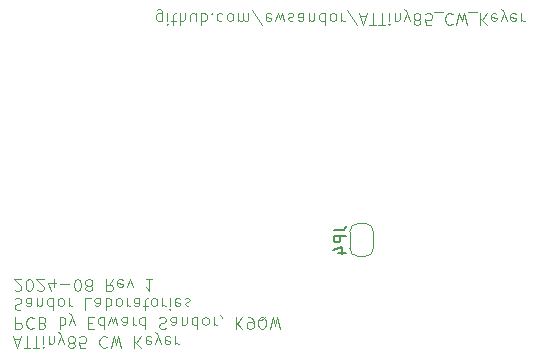
<source format=gbr>
%TF.GenerationSoftware,KiCad,Pcbnew,8.0.4-1.fc40*%
%TF.CreationDate,2024-08-13T13:06:17-05:00*%
%TF.ProjectId,K9QW_ATTiny_CW_Keyer,4b395157-5f41-4545-9469-6e795f43575f,rev?*%
%TF.SameCoordinates,Original*%
%TF.FileFunction,Legend,Bot*%
%TF.FilePolarity,Positive*%
%FSLAX46Y46*%
G04 Gerber Fmt 4.6, Leading zero omitted, Abs format (unit mm)*
G04 Created by KiCad (PCBNEW 8.0.4-1.fc40) date 2024-08-13 13:06:17*
%MOMM*%
%LPD*%
G01*
G04 APERTURE LIST*
%ADD10C,0.100000*%
%ADD11C,0.150000*%
%ADD12C,0.120000*%
G04 APERTURE END LIST*
D10*
X145842655Y-87865447D02*
X145842655Y-87055923D01*
X145842655Y-87055923D02*
X145795036Y-86960685D01*
X145795036Y-86960685D02*
X145747417Y-86913066D01*
X145747417Y-86913066D02*
X145652179Y-86865447D01*
X145652179Y-86865447D02*
X145509322Y-86865447D01*
X145509322Y-86865447D02*
X145414084Y-86913066D01*
X145842655Y-87246400D02*
X145747417Y-87198780D01*
X145747417Y-87198780D02*
X145556941Y-87198780D01*
X145556941Y-87198780D02*
X145461703Y-87246400D01*
X145461703Y-87246400D02*
X145414084Y-87294019D01*
X145414084Y-87294019D02*
X145366465Y-87389257D01*
X145366465Y-87389257D02*
X145366465Y-87674971D01*
X145366465Y-87674971D02*
X145414084Y-87770209D01*
X145414084Y-87770209D02*
X145461703Y-87817828D01*
X145461703Y-87817828D02*
X145556941Y-87865447D01*
X145556941Y-87865447D02*
X145747417Y-87865447D01*
X145747417Y-87865447D02*
X145842655Y-87817828D01*
X146318846Y-87198780D02*
X146318846Y-87865447D01*
X146318846Y-88198780D02*
X146271227Y-88151161D01*
X146271227Y-88151161D02*
X146318846Y-88103542D01*
X146318846Y-88103542D02*
X146366465Y-88151161D01*
X146366465Y-88151161D02*
X146318846Y-88198780D01*
X146318846Y-88198780D02*
X146318846Y-88103542D01*
X146652179Y-87865447D02*
X147033131Y-87865447D01*
X146795036Y-88198780D02*
X146795036Y-87341638D01*
X146795036Y-87341638D02*
X146842655Y-87246400D01*
X146842655Y-87246400D02*
X146937893Y-87198780D01*
X146937893Y-87198780D02*
X147033131Y-87198780D01*
X147366465Y-87198780D02*
X147366465Y-88198780D01*
X147795036Y-87198780D02*
X147795036Y-87722590D01*
X147795036Y-87722590D02*
X147747417Y-87817828D01*
X147747417Y-87817828D02*
X147652179Y-87865447D01*
X147652179Y-87865447D02*
X147509322Y-87865447D01*
X147509322Y-87865447D02*
X147414084Y-87817828D01*
X147414084Y-87817828D02*
X147366465Y-87770209D01*
X148699798Y-87865447D02*
X148699798Y-87198780D01*
X148271227Y-87865447D02*
X148271227Y-87341638D01*
X148271227Y-87341638D02*
X148318846Y-87246400D01*
X148318846Y-87246400D02*
X148414084Y-87198780D01*
X148414084Y-87198780D02*
X148556941Y-87198780D01*
X148556941Y-87198780D02*
X148652179Y-87246400D01*
X148652179Y-87246400D02*
X148699798Y-87294019D01*
X149175989Y-87198780D02*
X149175989Y-88198780D01*
X149175989Y-87817828D02*
X149271227Y-87865447D01*
X149271227Y-87865447D02*
X149461703Y-87865447D01*
X149461703Y-87865447D02*
X149556941Y-87817828D01*
X149556941Y-87817828D02*
X149604560Y-87770209D01*
X149604560Y-87770209D02*
X149652179Y-87674971D01*
X149652179Y-87674971D02*
X149652179Y-87389257D01*
X149652179Y-87389257D02*
X149604560Y-87294019D01*
X149604560Y-87294019D02*
X149556941Y-87246400D01*
X149556941Y-87246400D02*
X149461703Y-87198780D01*
X149461703Y-87198780D02*
X149271227Y-87198780D01*
X149271227Y-87198780D02*
X149175989Y-87246400D01*
X150080751Y-87294019D02*
X150128370Y-87246400D01*
X150128370Y-87246400D02*
X150080751Y-87198780D01*
X150080751Y-87198780D02*
X150033132Y-87246400D01*
X150033132Y-87246400D02*
X150080751Y-87294019D01*
X150080751Y-87294019D02*
X150080751Y-87198780D01*
X150985512Y-87246400D02*
X150890274Y-87198780D01*
X150890274Y-87198780D02*
X150699798Y-87198780D01*
X150699798Y-87198780D02*
X150604560Y-87246400D01*
X150604560Y-87246400D02*
X150556941Y-87294019D01*
X150556941Y-87294019D02*
X150509322Y-87389257D01*
X150509322Y-87389257D02*
X150509322Y-87674971D01*
X150509322Y-87674971D02*
X150556941Y-87770209D01*
X150556941Y-87770209D02*
X150604560Y-87817828D01*
X150604560Y-87817828D02*
X150699798Y-87865447D01*
X150699798Y-87865447D02*
X150890274Y-87865447D01*
X150890274Y-87865447D02*
X150985512Y-87817828D01*
X151556941Y-87198780D02*
X151461703Y-87246400D01*
X151461703Y-87246400D02*
X151414084Y-87294019D01*
X151414084Y-87294019D02*
X151366465Y-87389257D01*
X151366465Y-87389257D02*
X151366465Y-87674971D01*
X151366465Y-87674971D02*
X151414084Y-87770209D01*
X151414084Y-87770209D02*
X151461703Y-87817828D01*
X151461703Y-87817828D02*
X151556941Y-87865447D01*
X151556941Y-87865447D02*
X151699798Y-87865447D01*
X151699798Y-87865447D02*
X151795036Y-87817828D01*
X151795036Y-87817828D02*
X151842655Y-87770209D01*
X151842655Y-87770209D02*
X151890274Y-87674971D01*
X151890274Y-87674971D02*
X151890274Y-87389257D01*
X151890274Y-87389257D02*
X151842655Y-87294019D01*
X151842655Y-87294019D02*
X151795036Y-87246400D01*
X151795036Y-87246400D02*
X151699798Y-87198780D01*
X151699798Y-87198780D02*
X151556941Y-87198780D01*
X152318846Y-87198780D02*
X152318846Y-87865447D01*
X152318846Y-87770209D02*
X152366465Y-87817828D01*
X152366465Y-87817828D02*
X152461703Y-87865447D01*
X152461703Y-87865447D02*
X152604560Y-87865447D01*
X152604560Y-87865447D02*
X152699798Y-87817828D01*
X152699798Y-87817828D02*
X152747417Y-87722590D01*
X152747417Y-87722590D02*
X152747417Y-87198780D01*
X152747417Y-87722590D02*
X152795036Y-87817828D01*
X152795036Y-87817828D02*
X152890274Y-87865447D01*
X152890274Y-87865447D02*
X153033131Y-87865447D01*
X153033131Y-87865447D02*
X153128370Y-87817828D01*
X153128370Y-87817828D02*
X153175989Y-87722590D01*
X153175989Y-87722590D02*
X153175989Y-87198780D01*
X154366464Y-88246400D02*
X153509322Y-86960685D01*
X155080750Y-87246400D02*
X154985512Y-87198780D01*
X154985512Y-87198780D02*
X154795036Y-87198780D01*
X154795036Y-87198780D02*
X154699798Y-87246400D01*
X154699798Y-87246400D02*
X154652179Y-87341638D01*
X154652179Y-87341638D02*
X154652179Y-87722590D01*
X154652179Y-87722590D02*
X154699798Y-87817828D01*
X154699798Y-87817828D02*
X154795036Y-87865447D01*
X154795036Y-87865447D02*
X154985512Y-87865447D01*
X154985512Y-87865447D02*
X155080750Y-87817828D01*
X155080750Y-87817828D02*
X155128369Y-87722590D01*
X155128369Y-87722590D02*
X155128369Y-87627352D01*
X155128369Y-87627352D02*
X154652179Y-87532114D01*
X155461703Y-87865447D02*
X155652179Y-87198780D01*
X155652179Y-87198780D02*
X155842655Y-87674971D01*
X155842655Y-87674971D02*
X156033131Y-87198780D01*
X156033131Y-87198780D02*
X156223607Y-87865447D01*
X156556941Y-87246400D02*
X156652179Y-87198780D01*
X156652179Y-87198780D02*
X156842655Y-87198780D01*
X156842655Y-87198780D02*
X156937893Y-87246400D01*
X156937893Y-87246400D02*
X156985512Y-87341638D01*
X156985512Y-87341638D02*
X156985512Y-87389257D01*
X156985512Y-87389257D02*
X156937893Y-87484495D01*
X156937893Y-87484495D02*
X156842655Y-87532114D01*
X156842655Y-87532114D02*
X156699798Y-87532114D01*
X156699798Y-87532114D02*
X156604560Y-87579733D01*
X156604560Y-87579733D02*
X156556941Y-87674971D01*
X156556941Y-87674971D02*
X156556941Y-87722590D01*
X156556941Y-87722590D02*
X156604560Y-87817828D01*
X156604560Y-87817828D02*
X156699798Y-87865447D01*
X156699798Y-87865447D02*
X156842655Y-87865447D01*
X156842655Y-87865447D02*
X156937893Y-87817828D01*
X157842655Y-87198780D02*
X157842655Y-87722590D01*
X157842655Y-87722590D02*
X157795036Y-87817828D01*
X157795036Y-87817828D02*
X157699798Y-87865447D01*
X157699798Y-87865447D02*
X157509322Y-87865447D01*
X157509322Y-87865447D02*
X157414084Y-87817828D01*
X157842655Y-87246400D02*
X157747417Y-87198780D01*
X157747417Y-87198780D02*
X157509322Y-87198780D01*
X157509322Y-87198780D02*
X157414084Y-87246400D01*
X157414084Y-87246400D02*
X157366465Y-87341638D01*
X157366465Y-87341638D02*
X157366465Y-87436876D01*
X157366465Y-87436876D02*
X157414084Y-87532114D01*
X157414084Y-87532114D02*
X157509322Y-87579733D01*
X157509322Y-87579733D02*
X157747417Y-87579733D01*
X157747417Y-87579733D02*
X157842655Y-87627352D01*
X158318846Y-87865447D02*
X158318846Y-87198780D01*
X158318846Y-87770209D02*
X158366465Y-87817828D01*
X158366465Y-87817828D02*
X158461703Y-87865447D01*
X158461703Y-87865447D02*
X158604560Y-87865447D01*
X158604560Y-87865447D02*
X158699798Y-87817828D01*
X158699798Y-87817828D02*
X158747417Y-87722590D01*
X158747417Y-87722590D02*
X158747417Y-87198780D01*
X159652179Y-87198780D02*
X159652179Y-88198780D01*
X159652179Y-87246400D02*
X159556941Y-87198780D01*
X159556941Y-87198780D02*
X159366465Y-87198780D01*
X159366465Y-87198780D02*
X159271227Y-87246400D01*
X159271227Y-87246400D02*
X159223608Y-87294019D01*
X159223608Y-87294019D02*
X159175989Y-87389257D01*
X159175989Y-87389257D02*
X159175989Y-87674971D01*
X159175989Y-87674971D02*
X159223608Y-87770209D01*
X159223608Y-87770209D02*
X159271227Y-87817828D01*
X159271227Y-87817828D02*
X159366465Y-87865447D01*
X159366465Y-87865447D02*
X159556941Y-87865447D01*
X159556941Y-87865447D02*
X159652179Y-87817828D01*
X160271227Y-87198780D02*
X160175989Y-87246400D01*
X160175989Y-87246400D02*
X160128370Y-87294019D01*
X160128370Y-87294019D02*
X160080751Y-87389257D01*
X160080751Y-87389257D02*
X160080751Y-87674971D01*
X160080751Y-87674971D02*
X160128370Y-87770209D01*
X160128370Y-87770209D02*
X160175989Y-87817828D01*
X160175989Y-87817828D02*
X160271227Y-87865447D01*
X160271227Y-87865447D02*
X160414084Y-87865447D01*
X160414084Y-87865447D02*
X160509322Y-87817828D01*
X160509322Y-87817828D02*
X160556941Y-87770209D01*
X160556941Y-87770209D02*
X160604560Y-87674971D01*
X160604560Y-87674971D02*
X160604560Y-87389257D01*
X160604560Y-87389257D02*
X160556941Y-87294019D01*
X160556941Y-87294019D02*
X160509322Y-87246400D01*
X160509322Y-87246400D02*
X160414084Y-87198780D01*
X160414084Y-87198780D02*
X160271227Y-87198780D01*
X161033132Y-87198780D02*
X161033132Y-87865447D01*
X161033132Y-87674971D02*
X161080751Y-87770209D01*
X161080751Y-87770209D02*
X161128370Y-87817828D01*
X161128370Y-87817828D02*
X161223608Y-87865447D01*
X161223608Y-87865447D02*
X161318846Y-87865447D01*
X162366465Y-88246400D02*
X161509323Y-86960685D01*
X162652180Y-87484495D02*
X163128370Y-87484495D01*
X162556942Y-87198780D02*
X162890275Y-88198780D01*
X162890275Y-88198780D02*
X163223608Y-87198780D01*
X163414085Y-88198780D02*
X163985513Y-88198780D01*
X163699799Y-87198780D02*
X163699799Y-88198780D01*
X164175990Y-88198780D02*
X164747418Y-88198780D01*
X164461704Y-87198780D02*
X164461704Y-88198780D01*
X165080752Y-87198780D02*
X165080752Y-87865447D01*
X165080752Y-88198780D02*
X165033133Y-88151161D01*
X165033133Y-88151161D02*
X165080752Y-88103542D01*
X165080752Y-88103542D02*
X165128371Y-88151161D01*
X165128371Y-88151161D02*
X165080752Y-88198780D01*
X165080752Y-88198780D02*
X165080752Y-88103542D01*
X165556942Y-87865447D02*
X165556942Y-87198780D01*
X165556942Y-87770209D02*
X165604561Y-87817828D01*
X165604561Y-87817828D02*
X165699799Y-87865447D01*
X165699799Y-87865447D02*
X165842656Y-87865447D01*
X165842656Y-87865447D02*
X165937894Y-87817828D01*
X165937894Y-87817828D02*
X165985513Y-87722590D01*
X165985513Y-87722590D02*
X165985513Y-87198780D01*
X166366466Y-87865447D02*
X166604561Y-87198780D01*
X166842656Y-87865447D02*
X166604561Y-87198780D01*
X166604561Y-87198780D02*
X166509323Y-86960685D01*
X166509323Y-86960685D02*
X166461704Y-86913066D01*
X166461704Y-86913066D02*
X166366466Y-86865447D01*
X167366466Y-87770209D02*
X167271228Y-87817828D01*
X167271228Y-87817828D02*
X167223609Y-87865447D01*
X167223609Y-87865447D02*
X167175990Y-87960685D01*
X167175990Y-87960685D02*
X167175990Y-88008304D01*
X167175990Y-88008304D02*
X167223609Y-88103542D01*
X167223609Y-88103542D02*
X167271228Y-88151161D01*
X167271228Y-88151161D02*
X167366466Y-88198780D01*
X167366466Y-88198780D02*
X167556942Y-88198780D01*
X167556942Y-88198780D02*
X167652180Y-88151161D01*
X167652180Y-88151161D02*
X167699799Y-88103542D01*
X167699799Y-88103542D02*
X167747418Y-88008304D01*
X167747418Y-88008304D02*
X167747418Y-87960685D01*
X167747418Y-87960685D02*
X167699799Y-87865447D01*
X167699799Y-87865447D02*
X167652180Y-87817828D01*
X167652180Y-87817828D02*
X167556942Y-87770209D01*
X167556942Y-87770209D02*
X167366466Y-87770209D01*
X167366466Y-87770209D02*
X167271228Y-87722590D01*
X167271228Y-87722590D02*
X167223609Y-87674971D01*
X167223609Y-87674971D02*
X167175990Y-87579733D01*
X167175990Y-87579733D02*
X167175990Y-87389257D01*
X167175990Y-87389257D02*
X167223609Y-87294019D01*
X167223609Y-87294019D02*
X167271228Y-87246400D01*
X167271228Y-87246400D02*
X167366466Y-87198780D01*
X167366466Y-87198780D02*
X167556942Y-87198780D01*
X167556942Y-87198780D02*
X167652180Y-87246400D01*
X167652180Y-87246400D02*
X167699799Y-87294019D01*
X167699799Y-87294019D02*
X167747418Y-87389257D01*
X167747418Y-87389257D02*
X167747418Y-87579733D01*
X167747418Y-87579733D02*
X167699799Y-87674971D01*
X167699799Y-87674971D02*
X167652180Y-87722590D01*
X167652180Y-87722590D02*
X167556942Y-87770209D01*
X168652180Y-88198780D02*
X168175990Y-88198780D01*
X168175990Y-88198780D02*
X168128371Y-87722590D01*
X168128371Y-87722590D02*
X168175990Y-87770209D01*
X168175990Y-87770209D02*
X168271228Y-87817828D01*
X168271228Y-87817828D02*
X168509323Y-87817828D01*
X168509323Y-87817828D02*
X168604561Y-87770209D01*
X168604561Y-87770209D02*
X168652180Y-87722590D01*
X168652180Y-87722590D02*
X168699799Y-87627352D01*
X168699799Y-87627352D02*
X168699799Y-87389257D01*
X168699799Y-87389257D02*
X168652180Y-87294019D01*
X168652180Y-87294019D02*
X168604561Y-87246400D01*
X168604561Y-87246400D02*
X168509323Y-87198780D01*
X168509323Y-87198780D02*
X168271228Y-87198780D01*
X168271228Y-87198780D02*
X168175990Y-87246400D01*
X168175990Y-87246400D02*
X168128371Y-87294019D01*
X168890276Y-87103542D02*
X169652180Y-87103542D01*
X170461704Y-87294019D02*
X170414085Y-87246400D01*
X170414085Y-87246400D02*
X170271228Y-87198780D01*
X170271228Y-87198780D02*
X170175990Y-87198780D01*
X170175990Y-87198780D02*
X170033133Y-87246400D01*
X170033133Y-87246400D02*
X169937895Y-87341638D01*
X169937895Y-87341638D02*
X169890276Y-87436876D01*
X169890276Y-87436876D02*
X169842657Y-87627352D01*
X169842657Y-87627352D02*
X169842657Y-87770209D01*
X169842657Y-87770209D02*
X169890276Y-87960685D01*
X169890276Y-87960685D02*
X169937895Y-88055923D01*
X169937895Y-88055923D02*
X170033133Y-88151161D01*
X170033133Y-88151161D02*
X170175990Y-88198780D01*
X170175990Y-88198780D02*
X170271228Y-88198780D01*
X170271228Y-88198780D02*
X170414085Y-88151161D01*
X170414085Y-88151161D02*
X170461704Y-88103542D01*
X170795038Y-88198780D02*
X171033133Y-87198780D01*
X171033133Y-87198780D02*
X171223609Y-87913066D01*
X171223609Y-87913066D02*
X171414085Y-87198780D01*
X171414085Y-87198780D02*
X171652181Y-88198780D01*
X171795038Y-87103542D02*
X172556942Y-87103542D01*
X172795038Y-87198780D02*
X172795038Y-88198780D01*
X173366466Y-87198780D02*
X172937895Y-87770209D01*
X173366466Y-88198780D02*
X172795038Y-87627352D01*
X174175990Y-87246400D02*
X174080752Y-87198780D01*
X174080752Y-87198780D02*
X173890276Y-87198780D01*
X173890276Y-87198780D02*
X173795038Y-87246400D01*
X173795038Y-87246400D02*
X173747419Y-87341638D01*
X173747419Y-87341638D02*
X173747419Y-87722590D01*
X173747419Y-87722590D02*
X173795038Y-87817828D01*
X173795038Y-87817828D02*
X173890276Y-87865447D01*
X173890276Y-87865447D02*
X174080752Y-87865447D01*
X174080752Y-87865447D02*
X174175990Y-87817828D01*
X174175990Y-87817828D02*
X174223609Y-87722590D01*
X174223609Y-87722590D02*
X174223609Y-87627352D01*
X174223609Y-87627352D02*
X173747419Y-87532114D01*
X174556943Y-87865447D02*
X174795038Y-87198780D01*
X175033133Y-87865447D02*
X174795038Y-87198780D01*
X174795038Y-87198780D02*
X174699800Y-86960685D01*
X174699800Y-86960685D02*
X174652181Y-86913066D01*
X174652181Y-86913066D02*
X174556943Y-86865447D01*
X175795038Y-87246400D02*
X175699800Y-87198780D01*
X175699800Y-87198780D02*
X175509324Y-87198780D01*
X175509324Y-87198780D02*
X175414086Y-87246400D01*
X175414086Y-87246400D02*
X175366467Y-87341638D01*
X175366467Y-87341638D02*
X175366467Y-87722590D01*
X175366467Y-87722590D02*
X175414086Y-87817828D01*
X175414086Y-87817828D02*
X175509324Y-87865447D01*
X175509324Y-87865447D02*
X175699800Y-87865447D01*
X175699800Y-87865447D02*
X175795038Y-87817828D01*
X175795038Y-87817828D02*
X175842657Y-87722590D01*
X175842657Y-87722590D02*
X175842657Y-87627352D01*
X175842657Y-87627352D02*
X175366467Y-87532114D01*
X176271229Y-87198780D02*
X176271229Y-87865447D01*
X176271229Y-87674971D02*
X176318848Y-87770209D01*
X176318848Y-87770209D02*
X176366467Y-87817828D01*
X176366467Y-87817828D02*
X176461705Y-87865447D01*
X176461705Y-87865447D02*
X176556943Y-87865447D01*
X133377665Y-114844127D02*
X133853855Y-114844127D01*
X133282427Y-114558412D02*
X133615760Y-115558412D01*
X133615760Y-115558412D02*
X133949093Y-114558412D01*
X134139570Y-115558412D02*
X134710998Y-115558412D01*
X134425284Y-114558412D02*
X134425284Y-115558412D01*
X134901475Y-115558412D02*
X135472903Y-115558412D01*
X135187189Y-114558412D02*
X135187189Y-115558412D01*
X135806237Y-114558412D02*
X135806237Y-115225079D01*
X135806237Y-115558412D02*
X135758618Y-115510793D01*
X135758618Y-115510793D02*
X135806237Y-115463174D01*
X135806237Y-115463174D02*
X135853856Y-115510793D01*
X135853856Y-115510793D02*
X135806237Y-115558412D01*
X135806237Y-115558412D02*
X135806237Y-115463174D01*
X136282427Y-115225079D02*
X136282427Y-114558412D01*
X136282427Y-115129841D02*
X136330046Y-115177460D01*
X136330046Y-115177460D02*
X136425284Y-115225079D01*
X136425284Y-115225079D02*
X136568141Y-115225079D01*
X136568141Y-115225079D02*
X136663379Y-115177460D01*
X136663379Y-115177460D02*
X136710998Y-115082222D01*
X136710998Y-115082222D02*
X136710998Y-114558412D01*
X137091951Y-115225079D02*
X137330046Y-114558412D01*
X137568141Y-115225079D02*
X137330046Y-114558412D01*
X137330046Y-114558412D02*
X137234808Y-114320317D01*
X137234808Y-114320317D02*
X137187189Y-114272698D01*
X137187189Y-114272698D02*
X137091951Y-114225079D01*
X138091951Y-115129841D02*
X137996713Y-115177460D01*
X137996713Y-115177460D02*
X137949094Y-115225079D01*
X137949094Y-115225079D02*
X137901475Y-115320317D01*
X137901475Y-115320317D02*
X137901475Y-115367936D01*
X137901475Y-115367936D02*
X137949094Y-115463174D01*
X137949094Y-115463174D02*
X137996713Y-115510793D01*
X137996713Y-115510793D02*
X138091951Y-115558412D01*
X138091951Y-115558412D02*
X138282427Y-115558412D01*
X138282427Y-115558412D02*
X138377665Y-115510793D01*
X138377665Y-115510793D02*
X138425284Y-115463174D01*
X138425284Y-115463174D02*
X138472903Y-115367936D01*
X138472903Y-115367936D02*
X138472903Y-115320317D01*
X138472903Y-115320317D02*
X138425284Y-115225079D01*
X138425284Y-115225079D02*
X138377665Y-115177460D01*
X138377665Y-115177460D02*
X138282427Y-115129841D01*
X138282427Y-115129841D02*
X138091951Y-115129841D01*
X138091951Y-115129841D02*
X137996713Y-115082222D01*
X137996713Y-115082222D02*
X137949094Y-115034603D01*
X137949094Y-115034603D02*
X137901475Y-114939365D01*
X137901475Y-114939365D02*
X137901475Y-114748889D01*
X137901475Y-114748889D02*
X137949094Y-114653651D01*
X137949094Y-114653651D02*
X137996713Y-114606032D01*
X137996713Y-114606032D02*
X138091951Y-114558412D01*
X138091951Y-114558412D02*
X138282427Y-114558412D01*
X138282427Y-114558412D02*
X138377665Y-114606032D01*
X138377665Y-114606032D02*
X138425284Y-114653651D01*
X138425284Y-114653651D02*
X138472903Y-114748889D01*
X138472903Y-114748889D02*
X138472903Y-114939365D01*
X138472903Y-114939365D02*
X138425284Y-115034603D01*
X138425284Y-115034603D02*
X138377665Y-115082222D01*
X138377665Y-115082222D02*
X138282427Y-115129841D01*
X139377665Y-115558412D02*
X138901475Y-115558412D01*
X138901475Y-115558412D02*
X138853856Y-115082222D01*
X138853856Y-115082222D02*
X138901475Y-115129841D01*
X138901475Y-115129841D02*
X138996713Y-115177460D01*
X138996713Y-115177460D02*
X139234808Y-115177460D01*
X139234808Y-115177460D02*
X139330046Y-115129841D01*
X139330046Y-115129841D02*
X139377665Y-115082222D01*
X139377665Y-115082222D02*
X139425284Y-114986984D01*
X139425284Y-114986984D02*
X139425284Y-114748889D01*
X139425284Y-114748889D02*
X139377665Y-114653651D01*
X139377665Y-114653651D02*
X139330046Y-114606032D01*
X139330046Y-114606032D02*
X139234808Y-114558412D01*
X139234808Y-114558412D02*
X138996713Y-114558412D01*
X138996713Y-114558412D02*
X138901475Y-114606032D01*
X138901475Y-114606032D02*
X138853856Y-114653651D01*
X141187189Y-114653651D02*
X141139570Y-114606032D01*
X141139570Y-114606032D02*
X140996713Y-114558412D01*
X140996713Y-114558412D02*
X140901475Y-114558412D01*
X140901475Y-114558412D02*
X140758618Y-114606032D01*
X140758618Y-114606032D02*
X140663380Y-114701270D01*
X140663380Y-114701270D02*
X140615761Y-114796508D01*
X140615761Y-114796508D02*
X140568142Y-114986984D01*
X140568142Y-114986984D02*
X140568142Y-115129841D01*
X140568142Y-115129841D02*
X140615761Y-115320317D01*
X140615761Y-115320317D02*
X140663380Y-115415555D01*
X140663380Y-115415555D02*
X140758618Y-115510793D01*
X140758618Y-115510793D02*
X140901475Y-115558412D01*
X140901475Y-115558412D02*
X140996713Y-115558412D01*
X140996713Y-115558412D02*
X141139570Y-115510793D01*
X141139570Y-115510793D02*
X141187189Y-115463174D01*
X141520523Y-115558412D02*
X141758618Y-114558412D01*
X141758618Y-114558412D02*
X141949094Y-115272698D01*
X141949094Y-115272698D02*
X142139570Y-114558412D01*
X142139570Y-114558412D02*
X142377666Y-115558412D01*
X143520523Y-114558412D02*
X143520523Y-115558412D01*
X144091951Y-114558412D02*
X143663380Y-115129841D01*
X144091951Y-115558412D02*
X143520523Y-114986984D01*
X144901475Y-114606032D02*
X144806237Y-114558412D01*
X144806237Y-114558412D02*
X144615761Y-114558412D01*
X144615761Y-114558412D02*
X144520523Y-114606032D01*
X144520523Y-114606032D02*
X144472904Y-114701270D01*
X144472904Y-114701270D02*
X144472904Y-115082222D01*
X144472904Y-115082222D02*
X144520523Y-115177460D01*
X144520523Y-115177460D02*
X144615761Y-115225079D01*
X144615761Y-115225079D02*
X144806237Y-115225079D01*
X144806237Y-115225079D02*
X144901475Y-115177460D01*
X144901475Y-115177460D02*
X144949094Y-115082222D01*
X144949094Y-115082222D02*
X144949094Y-114986984D01*
X144949094Y-114986984D02*
X144472904Y-114891746D01*
X145282428Y-115225079D02*
X145520523Y-114558412D01*
X145758618Y-115225079D02*
X145520523Y-114558412D01*
X145520523Y-114558412D02*
X145425285Y-114320317D01*
X145425285Y-114320317D02*
X145377666Y-114272698D01*
X145377666Y-114272698D02*
X145282428Y-114225079D01*
X146520523Y-114606032D02*
X146425285Y-114558412D01*
X146425285Y-114558412D02*
X146234809Y-114558412D01*
X146234809Y-114558412D02*
X146139571Y-114606032D01*
X146139571Y-114606032D02*
X146091952Y-114701270D01*
X146091952Y-114701270D02*
X146091952Y-115082222D01*
X146091952Y-115082222D02*
X146139571Y-115177460D01*
X146139571Y-115177460D02*
X146234809Y-115225079D01*
X146234809Y-115225079D02*
X146425285Y-115225079D01*
X146425285Y-115225079D02*
X146520523Y-115177460D01*
X146520523Y-115177460D02*
X146568142Y-115082222D01*
X146568142Y-115082222D02*
X146568142Y-114986984D01*
X146568142Y-114986984D02*
X146091952Y-114891746D01*
X146996714Y-114558412D02*
X146996714Y-115225079D01*
X146996714Y-115034603D02*
X147044333Y-115129841D01*
X147044333Y-115129841D02*
X147091952Y-115177460D01*
X147091952Y-115177460D02*
X147187190Y-115225079D01*
X147187190Y-115225079D02*
X147282428Y-115225079D01*
X133425284Y-112948468D02*
X133425284Y-113948468D01*
X133425284Y-113948468D02*
X133806236Y-113948468D01*
X133806236Y-113948468D02*
X133901474Y-113900849D01*
X133901474Y-113900849D02*
X133949093Y-113853230D01*
X133949093Y-113853230D02*
X133996712Y-113757992D01*
X133996712Y-113757992D02*
X133996712Y-113615135D01*
X133996712Y-113615135D02*
X133949093Y-113519897D01*
X133949093Y-113519897D02*
X133901474Y-113472278D01*
X133901474Y-113472278D02*
X133806236Y-113424659D01*
X133806236Y-113424659D02*
X133425284Y-113424659D01*
X134996712Y-113043707D02*
X134949093Y-112996088D01*
X134949093Y-112996088D02*
X134806236Y-112948468D01*
X134806236Y-112948468D02*
X134710998Y-112948468D01*
X134710998Y-112948468D02*
X134568141Y-112996088D01*
X134568141Y-112996088D02*
X134472903Y-113091326D01*
X134472903Y-113091326D02*
X134425284Y-113186564D01*
X134425284Y-113186564D02*
X134377665Y-113377040D01*
X134377665Y-113377040D02*
X134377665Y-113519897D01*
X134377665Y-113519897D02*
X134425284Y-113710373D01*
X134425284Y-113710373D02*
X134472903Y-113805611D01*
X134472903Y-113805611D02*
X134568141Y-113900849D01*
X134568141Y-113900849D02*
X134710998Y-113948468D01*
X134710998Y-113948468D02*
X134806236Y-113948468D01*
X134806236Y-113948468D02*
X134949093Y-113900849D01*
X134949093Y-113900849D02*
X134996712Y-113853230D01*
X135758617Y-113472278D02*
X135901474Y-113424659D01*
X135901474Y-113424659D02*
X135949093Y-113377040D01*
X135949093Y-113377040D02*
X135996712Y-113281802D01*
X135996712Y-113281802D02*
X135996712Y-113138945D01*
X135996712Y-113138945D02*
X135949093Y-113043707D01*
X135949093Y-113043707D02*
X135901474Y-112996088D01*
X135901474Y-112996088D02*
X135806236Y-112948468D01*
X135806236Y-112948468D02*
X135425284Y-112948468D01*
X135425284Y-112948468D02*
X135425284Y-113948468D01*
X135425284Y-113948468D02*
X135758617Y-113948468D01*
X135758617Y-113948468D02*
X135853855Y-113900849D01*
X135853855Y-113900849D02*
X135901474Y-113853230D01*
X135901474Y-113853230D02*
X135949093Y-113757992D01*
X135949093Y-113757992D02*
X135949093Y-113662754D01*
X135949093Y-113662754D02*
X135901474Y-113567516D01*
X135901474Y-113567516D02*
X135853855Y-113519897D01*
X135853855Y-113519897D02*
X135758617Y-113472278D01*
X135758617Y-113472278D02*
X135425284Y-113472278D01*
X137187189Y-112948468D02*
X137187189Y-113948468D01*
X137187189Y-113567516D02*
X137282427Y-113615135D01*
X137282427Y-113615135D02*
X137472903Y-113615135D01*
X137472903Y-113615135D02*
X137568141Y-113567516D01*
X137568141Y-113567516D02*
X137615760Y-113519897D01*
X137615760Y-113519897D02*
X137663379Y-113424659D01*
X137663379Y-113424659D02*
X137663379Y-113138945D01*
X137663379Y-113138945D02*
X137615760Y-113043707D01*
X137615760Y-113043707D02*
X137568141Y-112996088D01*
X137568141Y-112996088D02*
X137472903Y-112948468D01*
X137472903Y-112948468D02*
X137282427Y-112948468D01*
X137282427Y-112948468D02*
X137187189Y-112996088D01*
X137996713Y-113615135D02*
X138234808Y-112948468D01*
X138472903Y-113615135D02*
X138234808Y-112948468D01*
X138234808Y-112948468D02*
X138139570Y-112710373D01*
X138139570Y-112710373D02*
X138091951Y-112662754D01*
X138091951Y-112662754D02*
X137996713Y-112615135D01*
X139615761Y-113472278D02*
X139949094Y-113472278D01*
X140091951Y-112948468D02*
X139615761Y-112948468D01*
X139615761Y-112948468D02*
X139615761Y-113948468D01*
X139615761Y-113948468D02*
X140091951Y-113948468D01*
X140949094Y-112948468D02*
X140949094Y-113948468D01*
X140949094Y-112996088D02*
X140853856Y-112948468D01*
X140853856Y-112948468D02*
X140663380Y-112948468D01*
X140663380Y-112948468D02*
X140568142Y-112996088D01*
X140568142Y-112996088D02*
X140520523Y-113043707D01*
X140520523Y-113043707D02*
X140472904Y-113138945D01*
X140472904Y-113138945D02*
X140472904Y-113424659D01*
X140472904Y-113424659D02*
X140520523Y-113519897D01*
X140520523Y-113519897D02*
X140568142Y-113567516D01*
X140568142Y-113567516D02*
X140663380Y-113615135D01*
X140663380Y-113615135D02*
X140853856Y-113615135D01*
X140853856Y-113615135D02*
X140949094Y-113567516D01*
X141330047Y-113615135D02*
X141520523Y-112948468D01*
X141520523Y-112948468D02*
X141710999Y-113424659D01*
X141710999Y-113424659D02*
X141901475Y-112948468D01*
X141901475Y-112948468D02*
X142091951Y-113615135D01*
X142901475Y-112948468D02*
X142901475Y-113472278D01*
X142901475Y-113472278D02*
X142853856Y-113567516D01*
X142853856Y-113567516D02*
X142758618Y-113615135D01*
X142758618Y-113615135D02*
X142568142Y-113615135D01*
X142568142Y-113615135D02*
X142472904Y-113567516D01*
X142901475Y-112996088D02*
X142806237Y-112948468D01*
X142806237Y-112948468D02*
X142568142Y-112948468D01*
X142568142Y-112948468D02*
X142472904Y-112996088D01*
X142472904Y-112996088D02*
X142425285Y-113091326D01*
X142425285Y-113091326D02*
X142425285Y-113186564D01*
X142425285Y-113186564D02*
X142472904Y-113281802D01*
X142472904Y-113281802D02*
X142568142Y-113329421D01*
X142568142Y-113329421D02*
X142806237Y-113329421D01*
X142806237Y-113329421D02*
X142901475Y-113377040D01*
X143377666Y-112948468D02*
X143377666Y-113615135D01*
X143377666Y-113424659D02*
X143425285Y-113519897D01*
X143425285Y-113519897D02*
X143472904Y-113567516D01*
X143472904Y-113567516D02*
X143568142Y-113615135D01*
X143568142Y-113615135D02*
X143663380Y-113615135D01*
X144425285Y-112948468D02*
X144425285Y-113948468D01*
X144425285Y-112996088D02*
X144330047Y-112948468D01*
X144330047Y-112948468D02*
X144139571Y-112948468D01*
X144139571Y-112948468D02*
X144044333Y-112996088D01*
X144044333Y-112996088D02*
X143996714Y-113043707D01*
X143996714Y-113043707D02*
X143949095Y-113138945D01*
X143949095Y-113138945D02*
X143949095Y-113424659D01*
X143949095Y-113424659D02*
X143996714Y-113519897D01*
X143996714Y-113519897D02*
X144044333Y-113567516D01*
X144044333Y-113567516D02*
X144139571Y-113615135D01*
X144139571Y-113615135D02*
X144330047Y-113615135D01*
X144330047Y-113615135D02*
X144425285Y-113567516D01*
X145615762Y-112996088D02*
X145758619Y-112948468D01*
X145758619Y-112948468D02*
X145996714Y-112948468D01*
X145996714Y-112948468D02*
X146091952Y-112996088D01*
X146091952Y-112996088D02*
X146139571Y-113043707D01*
X146139571Y-113043707D02*
X146187190Y-113138945D01*
X146187190Y-113138945D02*
X146187190Y-113234183D01*
X146187190Y-113234183D02*
X146139571Y-113329421D01*
X146139571Y-113329421D02*
X146091952Y-113377040D01*
X146091952Y-113377040D02*
X145996714Y-113424659D01*
X145996714Y-113424659D02*
X145806238Y-113472278D01*
X145806238Y-113472278D02*
X145711000Y-113519897D01*
X145711000Y-113519897D02*
X145663381Y-113567516D01*
X145663381Y-113567516D02*
X145615762Y-113662754D01*
X145615762Y-113662754D02*
X145615762Y-113757992D01*
X145615762Y-113757992D02*
X145663381Y-113853230D01*
X145663381Y-113853230D02*
X145711000Y-113900849D01*
X145711000Y-113900849D02*
X145806238Y-113948468D01*
X145806238Y-113948468D02*
X146044333Y-113948468D01*
X146044333Y-113948468D02*
X146187190Y-113900849D01*
X147044333Y-112948468D02*
X147044333Y-113472278D01*
X147044333Y-113472278D02*
X146996714Y-113567516D01*
X146996714Y-113567516D02*
X146901476Y-113615135D01*
X146901476Y-113615135D02*
X146711000Y-113615135D01*
X146711000Y-113615135D02*
X146615762Y-113567516D01*
X147044333Y-112996088D02*
X146949095Y-112948468D01*
X146949095Y-112948468D02*
X146711000Y-112948468D01*
X146711000Y-112948468D02*
X146615762Y-112996088D01*
X146615762Y-112996088D02*
X146568143Y-113091326D01*
X146568143Y-113091326D02*
X146568143Y-113186564D01*
X146568143Y-113186564D02*
X146615762Y-113281802D01*
X146615762Y-113281802D02*
X146711000Y-113329421D01*
X146711000Y-113329421D02*
X146949095Y-113329421D01*
X146949095Y-113329421D02*
X147044333Y-113377040D01*
X147520524Y-113615135D02*
X147520524Y-112948468D01*
X147520524Y-113519897D02*
X147568143Y-113567516D01*
X147568143Y-113567516D02*
X147663381Y-113615135D01*
X147663381Y-113615135D02*
X147806238Y-113615135D01*
X147806238Y-113615135D02*
X147901476Y-113567516D01*
X147901476Y-113567516D02*
X147949095Y-113472278D01*
X147949095Y-113472278D02*
X147949095Y-112948468D01*
X148853857Y-112948468D02*
X148853857Y-113948468D01*
X148853857Y-112996088D02*
X148758619Y-112948468D01*
X148758619Y-112948468D02*
X148568143Y-112948468D01*
X148568143Y-112948468D02*
X148472905Y-112996088D01*
X148472905Y-112996088D02*
X148425286Y-113043707D01*
X148425286Y-113043707D02*
X148377667Y-113138945D01*
X148377667Y-113138945D02*
X148377667Y-113424659D01*
X148377667Y-113424659D02*
X148425286Y-113519897D01*
X148425286Y-113519897D02*
X148472905Y-113567516D01*
X148472905Y-113567516D02*
X148568143Y-113615135D01*
X148568143Y-113615135D02*
X148758619Y-113615135D01*
X148758619Y-113615135D02*
X148853857Y-113567516D01*
X149472905Y-112948468D02*
X149377667Y-112996088D01*
X149377667Y-112996088D02*
X149330048Y-113043707D01*
X149330048Y-113043707D02*
X149282429Y-113138945D01*
X149282429Y-113138945D02*
X149282429Y-113424659D01*
X149282429Y-113424659D02*
X149330048Y-113519897D01*
X149330048Y-113519897D02*
X149377667Y-113567516D01*
X149377667Y-113567516D02*
X149472905Y-113615135D01*
X149472905Y-113615135D02*
X149615762Y-113615135D01*
X149615762Y-113615135D02*
X149711000Y-113567516D01*
X149711000Y-113567516D02*
X149758619Y-113519897D01*
X149758619Y-113519897D02*
X149806238Y-113424659D01*
X149806238Y-113424659D02*
X149806238Y-113138945D01*
X149806238Y-113138945D02*
X149758619Y-113043707D01*
X149758619Y-113043707D02*
X149711000Y-112996088D01*
X149711000Y-112996088D02*
X149615762Y-112948468D01*
X149615762Y-112948468D02*
X149472905Y-112948468D01*
X150234810Y-112948468D02*
X150234810Y-113615135D01*
X150234810Y-113424659D02*
X150282429Y-113519897D01*
X150282429Y-113519897D02*
X150330048Y-113567516D01*
X150330048Y-113567516D02*
X150425286Y-113615135D01*
X150425286Y-113615135D02*
X150520524Y-113615135D01*
X150901477Y-112996088D02*
X150901477Y-112948468D01*
X150901477Y-112948468D02*
X150853858Y-112853230D01*
X150853858Y-112853230D02*
X150806239Y-112805611D01*
X152091953Y-112948468D02*
X152091953Y-113948468D01*
X152663381Y-112948468D02*
X152234810Y-113519897D01*
X152663381Y-113948468D02*
X152091953Y-113377040D01*
X153139572Y-112948468D02*
X153330048Y-112948468D01*
X153330048Y-112948468D02*
X153425286Y-112996088D01*
X153425286Y-112996088D02*
X153472905Y-113043707D01*
X153472905Y-113043707D02*
X153568143Y-113186564D01*
X153568143Y-113186564D02*
X153615762Y-113377040D01*
X153615762Y-113377040D02*
X153615762Y-113757992D01*
X153615762Y-113757992D02*
X153568143Y-113853230D01*
X153568143Y-113853230D02*
X153520524Y-113900849D01*
X153520524Y-113900849D02*
X153425286Y-113948468D01*
X153425286Y-113948468D02*
X153234810Y-113948468D01*
X153234810Y-113948468D02*
X153139572Y-113900849D01*
X153139572Y-113900849D02*
X153091953Y-113853230D01*
X153091953Y-113853230D02*
X153044334Y-113757992D01*
X153044334Y-113757992D02*
X153044334Y-113519897D01*
X153044334Y-113519897D02*
X153091953Y-113424659D01*
X153091953Y-113424659D02*
X153139572Y-113377040D01*
X153139572Y-113377040D02*
X153234810Y-113329421D01*
X153234810Y-113329421D02*
X153425286Y-113329421D01*
X153425286Y-113329421D02*
X153520524Y-113377040D01*
X153520524Y-113377040D02*
X153568143Y-113424659D01*
X153568143Y-113424659D02*
X153615762Y-113519897D01*
X154711000Y-112853230D02*
X154615762Y-112900849D01*
X154615762Y-112900849D02*
X154520524Y-112996088D01*
X154520524Y-112996088D02*
X154377667Y-113138945D01*
X154377667Y-113138945D02*
X154282429Y-113186564D01*
X154282429Y-113186564D02*
X154187191Y-113186564D01*
X154234810Y-112948468D02*
X154139572Y-112996088D01*
X154139572Y-112996088D02*
X154044334Y-113091326D01*
X154044334Y-113091326D02*
X153996715Y-113281802D01*
X153996715Y-113281802D02*
X153996715Y-113615135D01*
X153996715Y-113615135D02*
X154044334Y-113805611D01*
X154044334Y-113805611D02*
X154139572Y-113900849D01*
X154139572Y-113900849D02*
X154234810Y-113948468D01*
X154234810Y-113948468D02*
X154425286Y-113948468D01*
X154425286Y-113948468D02*
X154520524Y-113900849D01*
X154520524Y-113900849D02*
X154615762Y-113805611D01*
X154615762Y-113805611D02*
X154663381Y-113615135D01*
X154663381Y-113615135D02*
X154663381Y-113281802D01*
X154663381Y-113281802D02*
X154615762Y-113091326D01*
X154615762Y-113091326D02*
X154520524Y-112996088D01*
X154520524Y-112996088D02*
X154425286Y-112948468D01*
X154425286Y-112948468D02*
X154234810Y-112948468D01*
X154996715Y-113948468D02*
X155234810Y-112948468D01*
X155234810Y-112948468D02*
X155425286Y-113662754D01*
X155425286Y-113662754D02*
X155615762Y-112948468D01*
X155615762Y-112948468D02*
X155853858Y-113948468D01*
X133377665Y-111386144D02*
X133520522Y-111338524D01*
X133520522Y-111338524D02*
X133758617Y-111338524D01*
X133758617Y-111338524D02*
X133853855Y-111386144D01*
X133853855Y-111386144D02*
X133901474Y-111433763D01*
X133901474Y-111433763D02*
X133949093Y-111529001D01*
X133949093Y-111529001D02*
X133949093Y-111624239D01*
X133949093Y-111624239D02*
X133901474Y-111719477D01*
X133901474Y-111719477D02*
X133853855Y-111767096D01*
X133853855Y-111767096D02*
X133758617Y-111814715D01*
X133758617Y-111814715D02*
X133568141Y-111862334D01*
X133568141Y-111862334D02*
X133472903Y-111909953D01*
X133472903Y-111909953D02*
X133425284Y-111957572D01*
X133425284Y-111957572D02*
X133377665Y-112052810D01*
X133377665Y-112052810D02*
X133377665Y-112148048D01*
X133377665Y-112148048D02*
X133425284Y-112243286D01*
X133425284Y-112243286D02*
X133472903Y-112290905D01*
X133472903Y-112290905D02*
X133568141Y-112338524D01*
X133568141Y-112338524D02*
X133806236Y-112338524D01*
X133806236Y-112338524D02*
X133949093Y-112290905D01*
X134806236Y-111338524D02*
X134806236Y-111862334D01*
X134806236Y-111862334D02*
X134758617Y-111957572D01*
X134758617Y-111957572D02*
X134663379Y-112005191D01*
X134663379Y-112005191D02*
X134472903Y-112005191D01*
X134472903Y-112005191D02*
X134377665Y-111957572D01*
X134806236Y-111386144D02*
X134710998Y-111338524D01*
X134710998Y-111338524D02*
X134472903Y-111338524D01*
X134472903Y-111338524D02*
X134377665Y-111386144D01*
X134377665Y-111386144D02*
X134330046Y-111481382D01*
X134330046Y-111481382D02*
X134330046Y-111576620D01*
X134330046Y-111576620D02*
X134377665Y-111671858D01*
X134377665Y-111671858D02*
X134472903Y-111719477D01*
X134472903Y-111719477D02*
X134710998Y-111719477D01*
X134710998Y-111719477D02*
X134806236Y-111767096D01*
X135282427Y-112005191D02*
X135282427Y-111338524D01*
X135282427Y-111909953D02*
X135330046Y-111957572D01*
X135330046Y-111957572D02*
X135425284Y-112005191D01*
X135425284Y-112005191D02*
X135568141Y-112005191D01*
X135568141Y-112005191D02*
X135663379Y-111957572D01*
X135663379Y-111957572D02*
X135710998Y-111862334D01*
X135710998Y-111862334D02*
X135710998Y-111338524D01*
X136615760Y-111338524D02*
X136615760Y-112338524D01*
X136615760Y-111386144D02*
X136520522Y-111338524D01*
X136520522Y-111338524D02*
X136330046Y-111338524D01*
X136330046Y-111338524D02*
X136234808Y-111386144D01*
X136234808Y-111386144D02*
X136187189Y-111433763D01*
X136187189Y-111433763D02*
X136139570Y-111529001D01*
X136139570Y-111529001D02*
X136139570Y-111814715D01*
X136139570Y-111814715D02*
X136187189Y-111909953D01*
X136187189Y-111909953D02*
X136234808Y-111957572D01*
X136234808Y-111957572D02*
X136330046Y-112005191D01*
X136330046Y-112005191D02*
X136520522Y-112005191D01*
X136520522Y-112005191D02*
X136615760Y-111957572D01*
X137234808Y-111338524D02*
X137139570Y-111386144D01*
X137139570Y-111386144D02*
X137091951Y-111433763D01*
X137091951Y-111433763D02*
X137044332Y-111529001D01*
X137044332Y-111529001D02*
X137044332Y-111814715D01*
X137044332Y-111814715D02*
X137091951Y-111909953D01*
X137091951Y-111909953D02*
X137139570Y-111957572D01*
X137139570Y-111957572D02*
X137234808Y-112005191D01*
X137234808Y-112005191D02*
X137377665Y-112005191D01*
X137377665Y-112005191D02*
X137472903Y-111957572D01*
X137472903Y-111957572D02*
X137520522Y-111909953D01*
X137520522Y-111909953D02*
X137568141Y-111814715D01*
X137568141Y-111814715D02*
X137568141Y-111529001D01*
X137568141Y-111529001D02*
X137520522Y-111433763D01*
X137520522Y-111433763D02*
X137472903Y-111386144D01*
X137472903Y-111386144D02*
X137377665Y-111338524D01*
X137377665Y-111338524D02*
X137234808Y-111338524D01*
X137996713Y-111338524D02*
X137996713Y-112005191D01*
X137996713Y-111814715D02*
X138044332Y-111909953D01*
X138044332Y-111909953D02*
X138091951Y-111957572D01*
X138091951Y-111957572D02*
X138187189Y-112005191D01*
X138187189Y-112005191D02*
X138282427Y-112005191D01*
X139853856Y-111338524D02*
X139377666Y-111338524D01*
X139377666Y-111338524D02*
X139377666Y-112338524D01*
X140615761Y-111338524D02*
X140615761Y-111862334D01*
X140615761Y-111862334D02*
X140568142Y-111957572D01*
X140568142Y-111957572D02*
X140472904Y-112005191D01*
X140472904Y-112005191D02*
X140282428Y-112005191D01*
X140282428Y-112005191D02*
X140187190Y-111957572D01*
X140615761Y-111386144D02*
X140520523Y-111338524D01*
X140520523Y-111338524D02*
X140282428Y-111338524D01*
X140282428Y-111338524D02*
X140187190Y-111386144D01*
X140187190Y-111386144D02*
X140139571Y-111481382D01*
X140139571Y-111481382D02*
X140139571Y-111576620D01*
X140139571Y-111576620D02*
X140187190Y-111671858D01*
X140187190Y-111671858D02*
X140282428Y-111719477D01*
X140282428Y-111719477D02*
X140520523Y-111719477D01*
X140520523Y-111719477D02*
X140615761Y-111767096D01*
X141091952Y-111338524D02*
X141091952Y-112338524D01*
X141091952Y-111957572D02*
X141187190Y-112005191D01*
X141187190Y-112005191D02*
X141377666Y-112005191D01*
X141377666Y-112005191D02*
X141472904Y-111957572D01*
X141472904Y-111957572D02*
X141520523Y-111909953D01*
X141520523Y-111909953D02*
X141568142Y-111814715D01*
X141568142Y-111814715D02*
X141568142Y-111529001D01*
X141568142Y-111529001D02*
X141520523Y-111433763D01*
X141520523Y-111433763D02*
X141472904Y-111386144D01*
X141472904Y-111386144D02*
X141377666Y-111338524D01*
X141377666Y-111338524D02*
X141187190Y-111338524D01*
X141187190Y-111338524D02*
X141091952Y-111386144D01*
X142139571Y-111338524D02*
X142044333Y-111386144D01*
X142044333Y-111386144D02*
X141996714Y-111433763D01*
X141996714Y-111433763D02*
X141949095Y-111529001D01*
X141949095Y-111529001D02*
X141949095Y-111814715D01*
X141949095Y-111814715D02*
X141996714Y-111909953D01*
X141996714Y-111909953D02*
X142044333Y-111957572D01*
X142044333Y-111957572D02*
X142139571Y-112005191D01*
X142139571Y-112005191D02*
X142282428Y-112005191D01*
X142282428Y-112005191D02*
X142377666Y-111957572D01*
X142377666Y-111957572D02*
X142425285Y-111909953D01*
X142425285Y-111909953D02*
X142472904Y-111814715D01*
X142472904Y-111814715D02*
X142472904Y-111529001D01*
X142472904Y-111529001D02*
X142425285Y-111433763D01*
X142425285Y-111433763D02*
X142377666Y-111386144D01*
X142377666Y-111386144D02*
X142282428Y-111338524D01*
X142282428Y-111338524D02*
X142139571Y-111338524D01*
X142901476Y-111338524D02*
X142901476Y-112005191D01*
X142901476Y-111814715D02*
X142949095Y-111909953D01*
X142949095Y-111909953D02*
X142996714Y-111957572D01*
X142996714Y-111957572D02*
X143091952Y-112005191D01*
X143091952Y-112005191D02*
X143187190Y-112005191D01*
X143949095Y-111338524D02*
X143949095Y-111862334D01*
X143949095Y-111862334D02*
X143901476Y-111957572D01*
X143901476Y-111957572D02*
X143806238Y-112005191D01*
X143806238Y-112005191D02*
X143615762Y-112005191D01*
X143615762Y-112005191D02*
X143520524Y-111957572D01*
X143949095Y-111386144D02*
X143853857Y-111338524D01*
X143853857Y-111338524D02*
X143615762Y-111338524D01*
X143615762Y-111338524D02*
X143520524Y-111386144D01*
X143520524Y-111386144D02*
X143472905Y-111481382D01*
X143472905Y-111481382D02*
X143472905Y-111576620D01*
X143472905Y-111576620D02*
X143520524Y-111671858D01*
X143520524Y-111671858D02*
X143615762Y-111719477D01*
X143615762Y-111719477D02*
X143853857Y-111719477D01*
X143853857Y-111719477D02*
X143949095Y-111767096D01*
X144282429Y-112005191D02*
X144663381Y-112005191D01*
X144425286Y-112338524D02*
X144425286Y-111481382D01*
X144425286Y-111481382D02*
X144472905Y-111386144D01*
X144472905Y-111386144D02*
X144568143Y-111338524D01*
X144568143Y-111338524D02*
X144663381Y-111338524D01*
X145139572Y-111338524D02*
X145044334Y-111386144D01*
X145044334Y-111386144D02*
X144996715Y-111433763D01*
X144996715Y-111433763D02*
X144949096Y-111529001D01*
X144949096Y-111529001D02*
X144949096Y-111814715D01*
X144949096Y-111814715D02*
X144996715Y-111909953D01*
X144996715Y-111909953D02*
X145044334Y-111957572D01*
X145044334Y-111957572D02*
X145139572Y-112005191D01*
X145139572Y-112005191D02*
X145282429Y-112005191D01*
X145282429Y-112005191D02*
X145377667Y-111957572D01*
X145377667Y-111957572D02*
X145425286Y-111909953D01*
X145425286Y-111909953D02*
X145472905Y-111814715D01*
X145472905Y-111814715D02*
X145472905Y-111529001D01*
X145472905Y-111529001D02*
X145425286Y-111433763D01*
X145425286Y-111433763D02*
X145377667Y-111386144D01*
X145377667Y-111386144D02*
X145282429Y-111338524D01*
X145282429Y-111338524D02*
X145139572Y-111338524D01*
X145901477Y-111338524D02*
X145901477Y-112005191D01*
X145901477Y-111814715D02*
X145949096Y-111909953D01*
X145949096Y-111909953D02*
X145996715Y-111957572D01*
X145996715Y-111957572D02*
X146091953Y-112005191D01*
X146091953Y-112005191D02*
X146187191Y-112005191D01*
X146520525Y-111338524D02*
X146520525Y-112005191D01*
X146520525Y-112338524D02*
X146472906Y-112290905D01*
X146472906Y-112290905D02*
X146520525Y-112243286D01*
X146520525Y-112243286D02*
X146568144Y-112290905D01*
X146568144Y-112290905D02*
X146520525Y-112338524D01*
X146520525Y-112338524D02*
X146520525Y-112243286D01*
X147377667Y-111386144D02*
X147282429Y-111338524D01*
X147282429Y-111338524D02*
X147091953Y-111338524D01*
X147091953Y-111338524D02*
X146996715Y-111386144D01*
X146996715Y-111386144D02*
X146949096Y-111481382D01*
X146949096Y-111481382D02*
X146949096Y-111862334D01*
X146949096Y-111862334D02*
X146996715Y-111957572D01*
X146996715Y-111957572D02*
X147091953Y-112005191D01*
X147091953Y-112005191D02*
X147282429Y-112005191D01*
X147282429Y-112005191D02*
X147377667Y-111957572D01*
X147377667Y-111957572D02*
X147425286Y-111862334D01*
X147425286Y-111862334D02*
X147425286Y-111767096D01*
X147425286Y-111767096D02*
X146949096Y-111671858D01*
X147806239Y-111386144D02*
X147901477Y-111338524D01*
X147901477Y-111338524D02*
X148091953Y-111338524D01*
X148091953Y-111338524D02*
X148187191Y-111386144D01*
X148187191Y-111386144D02*
X148234810Y-111481382D01*
X148234810Y-111481382D02*
X148234810Y-111529001D01*
X148234810Y-111529001D02*
X148187191Y-111624239D01*
X148187191Y-111624239D02*
X148091953Y-111671858D01*
X148091953Y-111671858D02*
X147949096Y-111671858D01*
X147949096Y-111671858D02*
X147853858Y-111719477D01*
X147853858Y-111719477D02*
X147806239Y-111814715D01*
X147806239Y-111814715D02*
X147806239Y-111862334D01*
X147806239Y-111862334D02*
X147853858Y-111957572D01*
X147853858Y-111957572D02*
X147949096Y-112005191D01*
X147949096Y-112005191D02*
X148091953Y-112005191D01*
X148091953Y-112005191D02*
X148187191Y-111957572D01*
X133377665Y-110633342D02*
X133425284Y-110680961D01*
X133425284Y-110680961D02*
X133520522Y-110728580D01*
X133520522Y-110728580D02*
X133758617Y-110728580D01*
X133758617Y-110728580D02*
X133853855Y-110680961D01*
X133853855Y-110680961D02*
X133901474Y-110633342D01*
X133901474Y-110633342D02*
X133949093Y-110538104D01*
X133949093Y-110538104D02*
X133949093Y-110442866D01*
X133949093Y-110442866D02*
X133901474Y-110300009D01*
X133901474Y-110300009D02*
X133330046Y-109728580D01*
X133330046Y-109728580D02*
X133949093Y-109728580D01*
X134568141Y-110728580D02*
X134663379Y-110728580D01*
X134663379Y-110728580D02*
X134758617Y-110680961D01*
X134758617Y-110680961D02*
X134806236Y-110633342D01*
X134806236Y-110633342D02*
X134853855Y-110538104D01*
X134853855Y-110538104D02*
X134901474Y-110347628D01*
X134901474Y-110347628D02*
X134901474Y-110109533D01*
X134901474Y-110109533D02*
X134853855Y-109919057D01*
X134853855Y-109919057D02*
X134806236Y-109823819D01*
X134806236Y-109823819D02*
X134758617Y-109776200D01*
X134758617Y-109776200D02*
X134663379Y-109728580D01*
X134663379Y-109728580D02*
X134568141Y-109728580D01*
X134568141Y-109728580D02*
X134472903Y-109776200D01*
X134472903Y-109776200D02*
X134425284Y-109823819D01*
X134425284Y-109823819D02*
X134377665Y-109919057D01*
X134377665Y-109919057D02*
X134330046Y-110109533D01*
X134330046Y-110109533D02*
X134330046Y-110347628D01*
X134330046Y-110347628D02*
X134377665Y-110538104D01*
X134377665Y-110538104D02*
X134425284Y-110633342D01*
X134425284Y-110633342D02*
X134472903Y-110680961D01*
X134472903Y-110680961D02*
X134568141Y-110728580D01*
X135282427Y-110633342D02*
X135330046Y-110680961D01*
X135330046Y-110680961D02*
X135425284Y-110728580D01*
X135425284Y-110728580D02*
X135663379Y-110728580D01*
X135663379Y-110728580D02*
X135758617Y-110680961D01*
X135758617Y-110680961D02*
X135806236Y-110633342D01*
X135806236Y-110633342D02*
X135853855Y-110538104D01*
X135853855Y-110538104D02*
X135853855Y-110442866D01*
X135853855Y-110442866D02*
X135806236Y-110300009D01*
X135806236Y-110300009D02*
X135234808Y-109728580D01*
X135234808Y-109728580D02*
X135853855Y-109728580D01*
X136710998Y-110395247D02*
X136710998Y-109728580D01*
X136472903Y-110776200D02*
X136234808Y-110061914D01*
X136234808Y-110061914D02*
X136853855Y-110061914D01*
X137234808Y-110109533D02*
X137996713Y-110109533D01*
X138663379Y-110728580D02*
X138758617Y-110728580D01*
X138758617Y-110728580D02*
X138853855Y-110680961D01*
X138853855Y-110680961D02*
X138901474Y-110633342D01*
X138901474Y-110633342D02*
X138949093Y-110538104D01*
X138949093Y-110538104D02*
X138996712Y-110347628D01*
X138996712Y-110347628D02*
X138996712Y-110109533D01*
X138996712Y-110109533D02*
X138949093Y-109919057D01*
X138949093Y-109919057D02*
X138901474Y-109823819D01*
X138901474Y-109823819D02*
X138853855Y-109776200D01*
X138853855Y-109776200D02*
X138758617Y-109728580D01*
X138758617Y-109728580D02*
X138663379Y-109728580D01*
X138663379Y-109728580D02*
X138568141Y-109776200D01*
X138568141Y-109776200D02*
X138520522Y-109823819D01*
X138520522Y-109823819D02*
X138472903Y-109919057D01*
X138472903Y-109919057D02*
X138425284Y-110109533D01*
X138425284Y-110109533D02*
X138425284Y-110347628D01*
X138425284Y-110347628D02*
X138472903Y-110538104D01*
X138472903Y-110538104D02*
X138520522Y-110633342D01*
X138520522Y-110633342D02*
X138568141Y-110680961D01*
X138568141Y-110680961D02*
X138663379Y-110728580D01*
X139568141Y-110300009D02*
X139472903Y-110347628D01*
X139472903Y-110347628D02*
X139425284Y-110395247D01*
X139425284Y-110395247D02*
X139377665Y-110490485D01*
X139377665Y-110490485D02*
X139377665Y-110538104D01*
X139377665Y-110538104D02*
X139425284Y-110633342D01*
X139425284Y-110633342D02*
X139472903Y-110680961D01*
X139472903Y-110680961D02*
X139568141Y-110728580D01*
X139568141Y-110728580D02*
X139758617Y-110728580D01*
X139758617Y-110728580D02*
X139853855Y-110680961D01*
X139853855Y-110680961D02*
X139901474Y-110633342D01*
X139901474Y-110633342D02*
X139949093Y-110538104D01*
X139949093Y-110538104D02*
X139949093Y-110490485D01*
X139949093Y-110490485D02*
X139901474Y-110395247D01*
X139901474Y-110395247D02*
X139853855Y-110347628D01*
X139853855Y-110347628D02*
X139758617Y-110300009D01*
X139758617Y-110300009D02*
X139568141Y-110300009D01*
X139568141Y-110300009D02*
X139472903Y-110252390D01*
X139472903Y-110252390D02*
X139425284Y-110204771D01*
X139425284Y-110204771D02*
X139377665Y-110109533D01*
X139377665Y-110109533D02*
X139377665Y-109919057D01*
X139377665Y-109919057D02*
X139425284Y-109823819D01*
X139425284Y-109823819D02*
X139472903Y-109776200D01*
X139472903Y-109776200D02*
X139568141Y-109728580D01*
X139568141Y-109728580D02*
X139758617Y-109728580D01*
X139758617Y-109728580D02*
X139853855Y-109776200D01*
X139853855Y-109776200D02*
X139901474Y-109823819D01*
X139901474Y-109823819D02*
X139949093Y-109919057D01*
X139949093Y-109919057D02*
X139949093Y-110109533D01*
X139949093Y-110109533D02*
X139901474Y-110204771D01*
X139901474Y-110204771D02*
X139853855Y-110252390D01*
X139853855Y-110252390D02*
X139758617Y-110300009D01*
X141710998Y-109728580D02*
X141377665Y-110204771D01*
X141139570Y-109728580D02*
X141139570Y-110728580D01*
X141139570Y-110728580D02*
X141520522Y-110728580D01*
X141520522Y-110728580D02*
X141615760Y-110680961D01*
X141615760Y-110680961D02*
X141663379Y-110633342D01*
X141663379Y-110633342D02*
X141710998Y-110538104D01*
X141710998Y-110538104D02*
X141710998Y-110395247D01*
X141710998Y-110395247D02*
X141663379Y-110300009D01*
X141663379Y-110300009D02*
X141615760Y-110252390D01*
X141615760Y-110252390D02*
X141520522Y-110204771D01*
X141520522Y-110204771D02*
X141139570Y-110204771D01*
X142520522Y-109776200D02*
X142425284Y-109728580D01*
X142425284Y-109728580D02*
X142234808Y-109728580D01*
X142234808Y-109728580D02*
X142139570Y-109776200D01*
X142139570Y-109776200D02*
X142091951Y-109871438D01*
X142091951Y-109871438D02*
X142091951Y-110252390D01*
X142091951Y-110252390D02*
X142139570Y-110347628D01*
X142139570Y-110347628D02*
X142234808Y-110395247D01*
X142234808Y-110395247D02*
X142425284Y-110395247D01*
X142425284Y-110395247D02*
X142520522Y-110347628D01*
X142520522Y-110347628D02*
X142568141Y-110252390D01*
X142568141Y-110252390D02*
X142568141Y-110157152D01*
X142568141Y-110157152D02*
X142091951Y-110061914D01*
X142901475Y-110395247D02*
X143139570Y-109728580D01*
X143139570Y-109728580D02*
X143377665Y-110395247D01*
X145044332Y-109728580D02*
X144472904Y-109728580D01*
X144758618Y-109728580D02*
X144758618Y-110728580D01*
X144758618Y-110728580D02*
X144663380Y-110585723D01*
X144663380Y-110585723D02*
X144568142Y-110490485D01*
X144568142Y-110490485D02*
X144472904Y-110442866D01*
D11*
X160418019Y-105582266D02*
X161132304Y-105582266D01*
X161132304Y-105582266D02*
X161275161Y-105534647D01*
X161275161Y-105534647D02*
X161370400Y-105439409D01*
X161370400Y-105439409D02*
X161418019Y-105296552D01*
X161418019Y-105296552D02*
X161418019Y-105201314D01*
X161418019Y-106058457D02*
X160418019Y-106058457D01*
X160418019Y-106058457D02*
X160418019Y-106439409D01*
X160418019Y-106439409D02*
X160465638Y-106534647D01*
X160465638Y-106534647D02*
X160513257Y-106582266D01*
X160513257Y-106582266D02*
X160608495Y-106629885D01*
X160608495Y-106629885D02*
X160751352Y-106629885D01*
X160751352Y-106629885D02*
X160846590Y-106582266D01*
X160846590Y-106582266D02*
X160894209Y-106534647D01*
X160894209Y-106534647D02*
X160941828Y-106439409D01*
X160941828Y-106439409D02*
X160941828Y-106058457D01*
X160751352Y-107487028D02*
X161418019Y-107487028D01*
X160370400Y-107248933D02*
X161084685Y-107010838D01*
X161084685Y-107010838D02*
X161084685Y-107629885D01*
D12*
%TO.C,JP4*%
X162463200Y-105015600D02*
X163063200Y-105015600D01*
X161763200Y-107115600D02*
X161763200Y-105715600D01*
X163763200Y-105715600D02*
X163763200Y-107115600D01*
X163063200Y-107815600D02*
X162463200Y-107815600D01*
X161763200Y-105715600D02*
G75*
G02*
X162463200Y-105015600I699999J1D01*
G01*
X163063200Y-105015600D02*
G75*
G02*
X163763200Y-105715600I1J-699999D01*
G01*
X162463200Y-107815600D02*
G75*
G02*
X161763200Y-107115600I0J700000D01*
G01*
X163763200Y-107115600D02*
G75*
G02*
X163063200Y-107815600I-700000J0D01*
G01*
%TD*%
M02*

</source>
